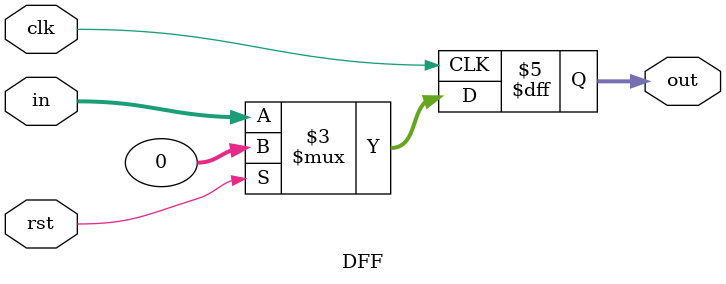
<source format=sv>
module DFF(
    input clk,
    input rst,
    input [31:0] in,
    output logic [31:0] out
);


always@(posedge clk)begin
    if(rst)begin
        out<=32'b0;
    end
    else begin
        out<=in;
    end
end

endmodule

</source>
